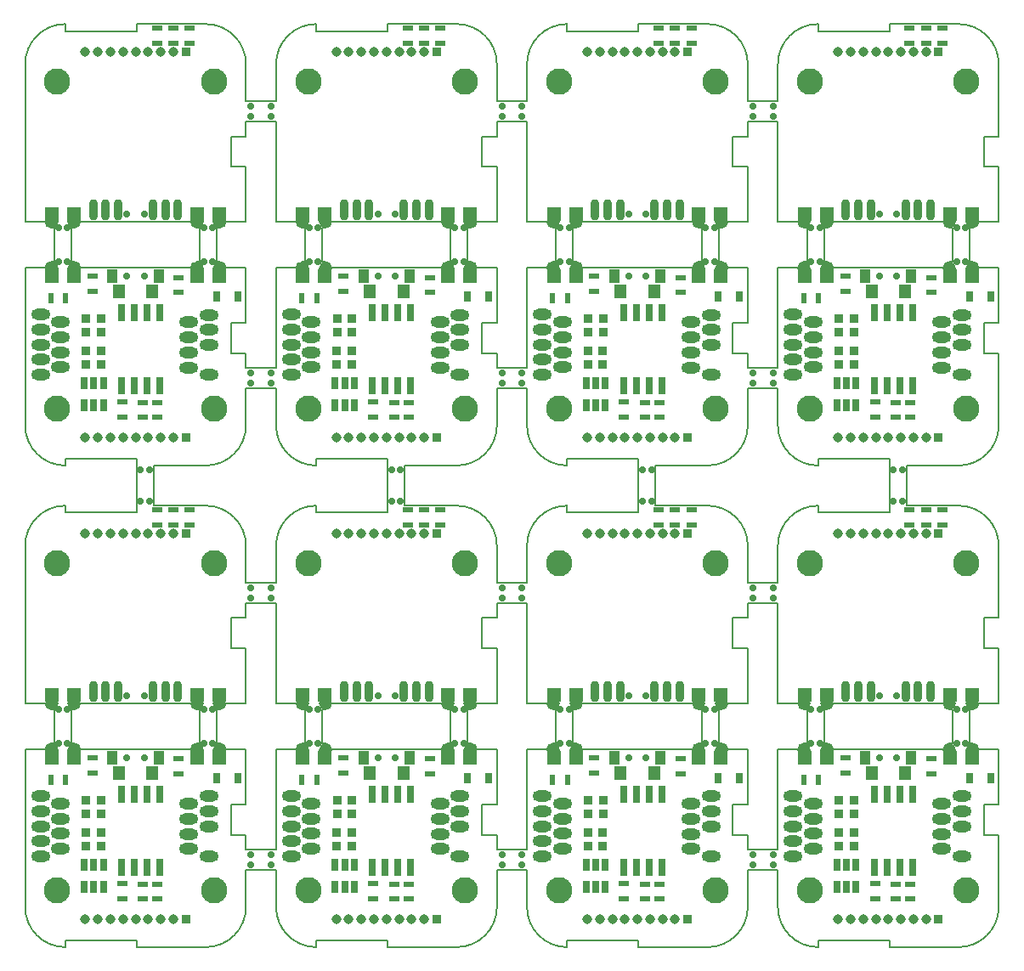
<source format=gbr>
%TF.GenerationSoftware,KiCad,Pcbnew,4.0.7*%
%TF.CreationDate,2018-06-19T18:29:04+03:00*%
%TF.ProjectId,TinyDiversityRX5808_panelized,54696E79446976657273697479525835,rev?*%
%TF.FileFunction,Soldermask,Top*%
%FSLAX46Y46*%
G04 Gerber Fmt 4.6, Leading zero omitted, Abs format (unit mm)*
G04 Created by KiCad (PCBNEW 4.0.7) date 06/19/18 18:29:04*
%MOMM*%
%LPD*%
G01*
G04 APERTURE LIST*
%ADD10C,0.100000*%
%ADD11C,0.150000*%
%ADD12C,0.720000*%
%ADD13R,0.770000X1.820000*%
%ADD14O,1.920000X1.120000*%
%ADD15R,0.770000X1.180000*%
%ADD16R,1.020000X0.620000*%
%ADD17R,0.620000X1.020000*%
%ADD18R,0.920000X0.870000*%
%ADD19R,0.970000X0.970000*%
%ADD20C,0.970000*%
%ADD21R,1.320000X1.320000*%
%ADD22C,2.620000*%
%ADD23C,1.320000*%
%ADD24R,1.270000X1.420000*%
%ADD25R,1.020000X1.320000*%
%ADD26R,0.720000X1.120000*%
%ADD27O,0.920000X2.120000*%
G04 APERTURE END LIST*
D10*
D11*
X214900000Y-63750000D02*
X214900000Y-67750000D01*
X216600000Y-67750000D02*
X221800000Y-67750000D01*
X216600000Y-63750000D02*
X216600000Y-67750000D01*
X221800000Y-63750000D02*
X216600000Y-63750000D01*
X191600000Y-63750000D02*
X191600000Y-67750000D01*
X196800000Y-63750000D02*
X191600000Y-63750000D01*
X189900000Y-63750000D02*
X189900000Y-67750000D01*
X191600000Y-67750000D02*
X196800000Y-67750000D01*
X166600000Y-67750000D02*
X171800000Y-67750000D01*
X171800000Y-63750000D02*
X166600000Y-63750000D01*
X164900000Y-63750000D02*
X164900000Y-67750000D01*
X166600000Y-63750000D02*
X166600000Y-67750000D01*
X141600000Y-67750000D02*
X146800000Y-67750000D01*
X141600000Y-63750000D02*
X146800000Y-63750000D01*
X141600000Y-63750000D02*
X141600000Y-67750000D01*
X139900000Y-63750000D02*
X139900000Y-67750000D01*
X134300000Y-63050000D02*
X137300000Y-63050000D01*
X150800000Y-52550000D02*
X149300000Y-52550000D01*
X149300000Y-52550000D02*
X149300000Y-49550000D01*
X149300000Y-49550000D02*
X150800000Y-49550000D01*
X150800000Y-49550000D02*
X150800000Y-44050000D01*
X139900000Y-63750000D02*
X139900000Y-63050000D01*
X139900000Y-63050000D02*
X137300000Y-63050000D01*
X146800000Y-63750000D02*
G75*
G03X150800000Y-59750000I0J4000000D01*
G01*
X128800000Y-59750000D02*
G75*
G03X132800000Y-63750000I4000000J0D01*
G01*
X128800000Y-59750000D02*
X128800000Y-44050000D01*
X132800000Y-63750000D02*
X132800000Y-63050000D01*
X132800000Y-63050000D02*
X134300000Y-63050000D01*
X131400000Y-43450000D02*
G75*
G03X130800000Y-44050000I0J-600000D01*
G01*
X134300000Y-44050000D02*
G75*
G03X133700000Y-43450000I-600000J0D01*
G01*
X145900000Y-43450000D02*
G75*
G03X145300000Y-44050000I0J-600000D01*
G01*
X148800000Y-44050000D02*
G75*
G03X148200000Y-43450000I-600000J0D01*
G01*
X130800000Y-44050000D02*
X128800000Y-44050000D01*
X148800000Y-44050000D02*
X150800000Y-44050000D01*
X173800000Y-44050000D02*
X175800000Y-44050000D01*
X155800000Y-44050000D02*
X153800000Y-44050000D01*
X173800000Y-44050000D02*
G75*
G03X173200000Y-43450000I-600000J0D01*
G01*
X170900000Y-43450000D02*
G75*
G03X170300000Y-44050000I0J-600000D01*
G01*
X159300000Y-44050000D02*
G75*
G03X158700000Y-43450000I-600000J0D01*
G01*
X156400000Y-43450000D02*
G75*
G03X155800000Y-44050000I0J-600000D01*
G01*
X157800000Y-63050000D02*
X159300000Y-63050000D01*
X157800000Y-63750000D02*
X157800000Y-63050000D01*
X153800000Y-59750000D02*
G75*
G03X157800000Y-63750000I4000000J0D01*
G01*
X171800000Y-63750000D02*
G75*
G03X175800000Y-59750000I0J4000000D01*
G01*
X164900000Y-63050000D02*
X162300000Y-63050000D01*
X164900000Y-63750000D02*
X164900000Y-63050000D01*
X175800000Y-49550000D02*
X175800000Y-44050000D01*
X174300000Y-49550000D02*
X175800000Y-49550000D01*
X174300000Y-52550000D02*
X174300000Y-49550000D01*
X175800000Y-52550000D02*
X174300000Y-52550000D01*
X159300000Y-63050000D02*
X162300000Y-63050000D01*
X184300000Y-63050000D02*
X187300000Y-63050000D01*
X200800000Y-52550000D02*
X199300000Y-52550000D01*
X199300000Y-52550000D02*
X199300000Y-49550000D01*
X199300000Y-49550000D02*
X200800000Y-49550000D01*
X200800000Y-49550000D02*
X200800000Y-44050000D01*
X189900000Y-63750000D02*
X189900000Y-63050000D01*
X189900000Y-63050000D02*
X187300000Y-63050000D01*
X196800000Y-63750000D02*
G75*
G03X200800000Y-59750000I0J4000000D01*
G01*
X178800000Y-59750000D02*
G75*
G03X182800000Y-63750000I4000000J0D01*
G01*
X182800000Y-63750000D02*
X182800000Y-63050000D01*
X182800000Y-63050000D02*
X184300000Y-63050000D01*
X181400000Y-43450000D02*
G75*
G03X180800000Y-44050000I0J-600000D01*
G01*
X184300000Y-44050000D02*
G75*
G03X183700000Y-43450000I-600000J0D01*
G01*
X195900000Y-43450000D02*
G75*
G03X195300000Y-44050000I0J-600000D01*
G01*
X198800000Y-44050000D02*
G75*
G03X198200000Y-43450000I-600000J0D01*
G01*
X180800000Y-44050000D02*
X178800000Y-44050000D01*
X184300000Y-44050000D02*
X195300000Y-44050000D01*
X198800000Y-44050000D02*
X200800000Y-44050000D01*
X223800000Y-44050000D02*
X225800000Y-44050000D01*
X209300000Y-44050000D02*
X220300000Y-44050000D01*
X205800000Y-44050000D02*
X203800000Y-44050000D01*
X223800000Y-44050000D02*
G75*
G03X223200000Y-43450000I-600000J0D01*
G01*
X220900000Y-43450000D02*
G75*
G03X220300000Y-44050000I0J-600000D01*
G01*
X209300000Y-44050000D02*
G75*
G03X208700000Y-43450000I-600000J0D01*
G01*
X206400000Y-43450000D02*
G75*
G03X205800000Y-44050000I0J-600000D01*
G01*
X207800000Y-63050000D02*
X209300000Y-63050000D01*
X207800000Y-63750000D02*
X207800000Y-63050000D01*
X203800000Y-59750000D02*
G75*
G03X207800000Y-63750000I4000000J0D01*
G01*
X225800000Y-59750000D02*
X225800000Y-52550000D01*
X221800000Y-63750000D02*
G75*
G03X225800000Y-59750000I0J4000000D01*
G01*
X214900000Y-63050000D02*
X212300000Y-63050000D01*
X214900000Y-63750000D02*
X214900000Y-63050000D01*
X225800000Y-49550000D02*
X225800000Y-44050000D01*
X224300000Y-49550000D02*
X225800000Y-49550000D01*
X224300000Y-52550000D02*
X224300000Y-49550000D01*
X225800000Y-52550000D02*
X224300000Y-52550000D01*
X209300000Y-63050000D02*
X212300000Y-63050000D01*
X150800000Y-54050000D02*
X153800000Y-54050000D01*
X150800000Y-56050000D02*
X153800000Y-56050000D01*
X150800000Y-52550000D02*
X150800000Y-54050000D01*
X150800000Y-56050000D02*
X150800000Y-59750000D01*
X153800000Y-54050000D02*
X153800000Y-44050000D01*
X153800000Y-59750000D02*
X153800000Y-56050000D01*
X175800000Y-54050000D02*
X178800000Y-54050000D01*
X175800000Y-56050000D02*
X178800000Y-56050000D01*
X175800000Y-52550000D02*
X175800000Y-54050000D01*
X175800000Y-56050000D02*
X175800000Y-59750000D01*
X178800000Y-59750000D02*
X178800000Y-56050000D01*
X178800000Y-54050000D02*
X178800000Y-44050000D01*
X200800000Y-54050000D02*
X203800000Y-54050000D01*
X200800000Y-56050000D02*
X203800000Y-56050000D01*
X203800000Y-44050000D02*
X203800000Y-54050000D01*
X200800000Y-52550000D02*
X200800000Y-54050000D01*
X200800000Y-56050000D02*
X200800000Y-59750000D01*
X203800000Y-56050000D02*
X203800000Y-59750000D01*
X203800000Y-27450000D02*
X203800000Y-23750000D01*
X200800000Y-27450000D02*
X200800000Y-23750000D01*
X200800000Y-30950000D02*
X200800000Y-29450000D01*
X203800000Y-39450000D02*
X203800000Y-29450000D01*
X200800000Y-27450000D02*
X203800000Y-27450000D01*
X200800000Y-29450000D02*
X203800000Y-29450000D01*
X178800000Y-29450000D02*
X178800000Y-39450000D01*
X178800000Y-23750000D02*
X178800000Y-27450000D01*
X175800000Y-27450000D02*
X175800000Y-23750000D01*
X175800000Y-30950000D02*
X175800000Y-29450000D01*
X175800000Y-27450000D02*
X178800000Y-27450000D01*
X175800000Y-29450000D02*
X178800000Y-29450000D01*
X153800000Y-23750000D02*
X153800000Y-27450000D01*
X153800000Y-29450000D02*
X153800000Y-39450000D01*
X150800000Y-27450000D02*
X150800000Y-23750000D01*
X150800000Y-30950000D02*
X150800000Y-29450000D01*
X150800000Y-27450000D02*
X153800000Y-27450000D01*
X150800000Y-29450000D02*
X153800000Y-29450000D01*
X209300000Y-20450000D02*
X212300000Y-20450000D01*
X225800000Y-30950000D02*
X224300000Y-30950000D01*
X224300000Y-30950000D02*
X224300000Y-33950000D01*
X224300000Y-33950000D02*
X225800000Y-33950000D01*
X225800000Y-33950000D02*
X225800000Y-39450000D01*
X214900000Y-19750000D02*
X214900000Y-20450000D01*
X214900000Y-20450000D02*
X212300000Y-20450000D01*
X221800000Y-19750000D02*
G75*
G02X225800000Y-23750000I0J-4000000D01*
G01*
X225800000Y-23750000D02*
X225800000Y-30950000D01*
X221800000Y-19750000D02*
X214900000Y-19750000D01*
X203800000Y-23750000D02*
G75*
G02X207800000Y-19750000I4000000J0D01*
G01*
X207800000Y-19750000D02*
X207800000Y-20450000D01*
X207800000Y-20450000D02*
X209300000Y-20450000D01*
X206400000Y-40050000D02*
G75*
G02X205800000Y-39450000I0J600000D01*
G01*
X209300000Y-39450000D02*
G75*
G02X208700000Y-40050000I-600000J0D01*
G01*
X220900000Y-40050000D02*
G75*
G02X220300000Y-39450000I0J600000D01*
G01*
X223800000Y-39450000D02*
G75*
G02X223200000Y-40050000I-600000J0D01*
G01*
X205800000Y-39450000D02*
X203800000Y-39450000D01*
X209300000Y-39450000D02*
X220300000Y-39450000D01*
X223800000Y-39450000D02*
X225800000Y-39450000D01*
X198800000Y-39450000D02*
X200800000Y-39450000D01*
X184300000Y-39450000D02*
X195300000Y-39450000D01*
X180800000Y-39450000D02*
X178800000Y-39450000D01*
X198800000Y-39450000D02*
G75*
G02X198200000Y-40050000I-600000J0D01*
G01*
X195900000Y-40050000D02*
G75*
G02X195300000Y-39450000I0J600000D01*
G01*
X184300000Y-39450000D02*
G75*
G02X183700000Y-40050000I-600000J0D01*
G01*
X181400000Y-40050000D02*
G75*
G02X180800000Y-39450000I0J600000D01*
G01*
X182800000Y-20450000D02*
X184300000Y-20450000D01*
X182800000Y-19750000D02*
X182800000Y-20450000D01*
X178800000Y-23750000D02*
G75*
G02X182800000Y-19750000I4000000J0D01*
G01*
X196800000Y-19750000D02*
X189900000Y-19750000D01*
X196800000Y-19750000D02*
G75*
G02X200800000Y-23750000I0J-4000000D01*
G01*
X189900000Y-20450000D02*
X187300000Y-20450000D01*
X189900000Y-19750000D02*
X189900000Y-20450000D01*
X200800000Y-33950000D02*
X200800000Y-39450000D01*
X199300000Y-33950000D02*
X200800000Y-33950000D01*
X199300000Y-30950000D02*
X199300000Y-33950000D01*
X200800000Y-30950000D02*
X199300000Y-30950000D01*
X184300000Y-20450000D02*
X187300000Y-20450000D01*
X159300000Y-20450000D02*
X162300000Y-20450000D01*
X175800000Y-30950000D02*
X174300000Y-30950000D01*
X174300000Y-30950000D02*
X174300000Y-33950000D01*
X174300000Y-33950000D02*
X175800000Y-33950000D01*
X175800000Y-33950000D02*
X175800000Y-39450000D01*
X164900000Y-19750000D02*
X164900000Y-20450000D01*
X164900000Y-20450000D02*
X162300000Y-20450000D01*
X171800000Y-19750000D02*
G75*
G02X175800000Y-23750000I0J-4000000D01*
G01*
X153800000Y-23750000D02*
G75*
G02X157800000Y-19750000I4000000J0D01*
G01*
X157800000Y-19750000D02*
X157800000Y-20450000D01*
X157800000Y-20450000D02*
X159300000Y-20450000D01*
X156400000Y-40050000D02*
G75*
G02X155800000Y-39450000I0J600000D01*
G01*
X159300000Y-39450000D02*
G75*
G02X158700000Y-40050000I-600000J0D01*
G01*
X170900000Y-40050000D02*
G75*
G02X170300000Y-39450000I0J600000D01*
G01*
X173800000Y-39450000D02*
G75*
G02X173200000Y-40050000I-600000J0D01*
G01*
X155800000Y-39450000D02*
X153800000Y-39450000D01*
X159300000Y-39450000D02*
X170300000Y-39450000D01*
X173800000Y-39450000D02*
X175800000Y-39450000D01*
X148800000Y-39450000D02*
X150800000Y-39450000D01*
X134300000Y-39450000D02*
X145300000Y-39450000D01*
X130800000Y-39450000D02*
X128800000Y-39450000D01*
X148800000Y-39450000D02*
G75*
G02X148200000Y-40050000I-600000J0D01*
G01*
X145900000Y-40050000D02*
G75*
G02X145300000Y-39450000I0J600000D01*
G01*
X134300000Y-39450000D02*
G75*
G02X133700000Y-40050000I-600000J0D01*
G01*
X131400000Y-40050000D02*
G75*
G02X130800000Y-39450000I0J600000D01*
G01*
X132800000Y-20450000D02*
X134300000Y-20450000D01*
X132800000Y-19750000D02*
X132800000Y-20450000D01*
X128800000Y-23750000D02*
X128800000Y-39450000D01*
X128800000Y-23750000D02*
G75*
G02X132800000Y-19750000I4000000J0D01*
G01*
X146800000Y-19750000D02*
G75*
G02X150800000Y-23750000I0J-4000000D01*
G01*
X139900000Y-20450000D02*
X137300000Y-20450000D01*
X139900000Y-19750000D02*
X139900000Y-20450000D01*
X150800000Y-33950000D02*
X150800000Y-39450000D01*
X149300000Y-33950000D02*
X150800000Y-33950000D01*
X149300000Y-30950000D02*
X149300000Y-33950000D01*
X150800000Y-30950000D02*
X149300000Y-30950000D01*
X134300000Y-20450000D02*
X137300000Y-20450000D01*
X159300000Y-44050000D02*
X170300000Y-44050000D01*
X171800000Y-19750000D02*
X164900000Y-19750000D01*
X134300000Y-44050000D02*
X145300000Y-44050000D01*
X146800000Y-19750000D02*
X139900000Y-19750000D01*
X156400000Y-43450000D02*
X156700000Y-43450000D01*
X156700000Y-43450000D02*
X156700000Y-40050000D01*
X156700000Y-40050000D02*
X156400000Y-40050000D01*
X158700000Y-43450000D02*
X158400000Y-43450000D01*
X158400000Y-43450000D02*
X158400000Y-40050000D01*
X158400000Y-40050000D02*
X158700000Y-40050000D01*
X171200000Y-43450000D02*
X171200000Y-40050000D01*
X172900000Y-40050000D02*
X172900000Y-43450000D01*
X173200000Y-43450000D02*
X172900000Y-43450000D01*
X171200000Y-43450000D02*
X170900000Y-43450000D01*
X170900000Y-40050000D02*
X171200000Y-40050000D01*
X172900000Y-40050000D02*
X173200000Y-40050000D01*
X147900000Y-40050000D02*
X148200000Y-40050000D01*
X145900000Y-40050000D02*
X146200000Y-40050000D01*
X146200000Y-43450000D02*
X145900000Y-43450000D01*
X148200000Y-43450000D02*
X147900000Y-43450000D01*
X147900000Y-40050000D02*
X147900000Y-43450000D01*
X146200000Y-43450000D02*
X146200000Y-40050000D01*
X133400000Y-40050000D02*
X133700000Y-40050000D01*
X133400000Y-43450000D02*
X133400000Y-40050000D01*
X133700000Y-43450000D02*
X133400000Y-43450000D01*
X131700000Y-40050000D02*
X131400000Y-40050000D01*
X131700000Y-43450000D02*
X131700000Y-40050000D01*
X131400000Y-43450000D02*
X131700000Y-43450000D01*
X197900000Y-40050000D02*
X198200000Y-40050000D01*
X195900000Y-40050000D02*
X196200000Y-40050000D01*
X196200000Y-43450000D02*
X195900000Y-43450000D01*
X198200000Y-43450000D02*
X197900000Y-43450000D01*
X197900000Y-40050000D02*
X197900000Y-43450000D01*
X196200000Y-43450000D02*
X196200000Y-40050000D01*
X183400000Y-40050000D02*
X183700000Y-40050000D01*
X183400000Y-43450000D02*
X183400000Y-40050000D01*
X183700000Y-43450000D02*
X183400000Y-43450000D01*
X181700000Y-40050000D02*
X181400000Y-40050000D01*
X181700000Y-43450000D02*
X181700000Y-40050000D01*
X181400000Y-43450000D02*
X181700000Y-43450000D01*
X206400000Y-43450000D02*
X206700000Y-43450000D01*
X206700000Y-43450000D02*
X206700000Y-40050000D01*
X206700000Y-40050000D02*
X206400000Y-40050000D01*
X208700000Y-43450000D02*
X208400000Y-43450000D01*
X208400000Y-43450000D02*
X208400000Y-40050000D01*
X208400000Y-40050000D02*
X208700000Y-40050000D01*
X221200000Y-43450000D02*
X221200000Y-40050000D01*
X222900000Y-40050000D02*
X222900000Y-43450000D01*
X223200000Y-43450000D02*
X222900000Y-43450000D01*
X221200000Y-43450000D02*
X220900000Y-43450000D01*
X220900000Y-40050000D02*
X221200000Y-40050000D01*
X222900000Y-40050000D02*
X223200000Y-40050000D01*
X222900000Y-88050000D02*
X223200000Y-88050000D01*
X220900000Y-88050000D02*
X221200000Y-88050000D01*
X221200000Y-91450000D02*
X220900000Y-91450000D01*
X223200000Y-91450000D02*
X222900000Y-91450000D01*
X222900000Y-88050000D02*
X222900000Y-91450000D01*
X221200000Y-91450000D02*
X221200000Y-88050000D01*
X208400000Y-88050000D02*
X208700000Y-88050000D01*
X208400000Y-91450000D02*
X208400000Y-88050000D01*
X208700000Y-91450000D02*
X208400000Y-91450000D01*
X206700000Y-88050000D02*
X206400000Y-88050000D01*
X206700000Y-91450000D02*
X206700000Y-88050000D01*
X206400000Y-91450000D02*
X206700000Y-91450000D01*
X181400000Y-91450000D02*
X181700000Y-91450000D01*
X181700000Y-91450000D02*
X181700000Y-88050000D01*
X181700000Y-88050000D02*
X181400000Y-88050000D01*
X183700000Y-91450000D02*
X183400000Y-91450000D01*
X183400000Y-91450000D02*
X183400000Y-88050000D01*
X183400000Y-88050000D02*
X183700000Y-88050000D01*
X196200000Y-91450000D02*
X196200000Y-88050000D01*
X197900000Y-88050000D02*
X197900000Y-91450000D01*
X198200000Y-91450000D02*
X197900000Y-91450000D01*
X196200000Y-91450000D02*
X195900000Y-91450000D01*
X195900000Y-88050000D02*
X196200000Y-88050000D01*
X197900000Y-88050000D02*
X198200000Y-88050000D01*
X131400000Y-91450000D02*
X131700000Y-91450000D01*
X131700000Y-91450000D02*
X131700000Y-88050000D01*
X131700000Y-88050000D02*
X131400000Y-88050000D01*
X133700000Y-91450000D02*
X133400000Y-91450000D01*
X133400000Y-91450000D02*
X133400000Y-88050000D01*
X133400000Y-88050000D02*
X133700000Y-88050000D01*
X146200000Y-91450000D02*
X146200000Y-88050000D01*
X147900000Y-88050000D02*
X147900000Y-91450000D01*
X148200000Y-91450000D02*
X147900000Y-91450000D01*
X146200000Y-91450000D02*
X145900000Y-91450000D01*
X145900000Y-88050000D02*
X146200000Y-88050000D01*
X147900000Y-88050000D02*
X148200000Y-88050000D01*
X172900000Y-88050000D02*
X173200000Y-88050000D01*
X170900000Y-88050000D02*
X171200000Y-88050000D01*
X171200000Y-91450000D02*
X170900000Y-91450000D01*
X173200000Y-91450000D02*
X172900000Y-91450000D01*
X172900000Y-88050000D02*
X172900000Y-91450000D01*
X171200000Y-91450000D02*
X171200000Y-88050000D01*
X158400000Y-88050000D02*
X158700000Y-88050000D01*
X158400000Y-91450000D02*
X158400000Y-88050000D01*
X158700000Y-91450000D02*
X158400000Y-91450000D01*
X156700000Y-88050000D02*
X156400000Y-88050000D01*
X156700000Y-91450000D02*
X156700000Y-88050000D01*
X156400000Y-91450000D02*
X156700000Y-91450000D01*
X134300000Y-92050000D02*
X145300000Y-92050000D01*
X159300000Y-92050000D02*
X170300000Y-92050000D01*
X134300000Y-68450000D02*
X137300000Y-68450000D01*
X150800000Y-78950000D02*
X149300000Y-78950000D01*
X149300000Y-78950000D02*
X149300000Y-81950000D01*
X149300000Y-81950000D02*
X150800000Y-81950000D01*
X150800000Y-81950000D02*
X150800000Y-87450000D01*
X139900000Y-67750000D02*
X139900000Y-68450000D01*
X139900000Y-68450000D02*
X137300000Y-68450000D01*
X146800000Y-67750000D02*
G75*
G02X150800000Y-71750000I0J-4000000D01*
G01*
X128800000Y-71750000D02*
G75*
G02X132800000Y-67750000I4000000J0D01*
G01*
X128800000Y-71750000D02*
X128800000Y-87450000D01*
X132800000Y-67750000D02*
X132800000Y-68450000D01*
X132800000Y-68450000D02*
X134300000Y-68450000D01*
X131400000Y-88050000D02*
G75*
G02X130800000Y-87450000I0J600000D01*
G01*
X134300000Y-87450000D02*
G75*
G02X133700000Y-88050000I-600000J0D01*
G01*
X145900000Y-88050000D02*
G75*
G02X145300000Y-87450000I0J600000D01*
G01*
X148800000Y-87450000D02*
G75*
G02X148200000Y-88050000I-600000J0D01*
G01*
X130800000Y-87450000D02*
X128800000Y-87450000D01*
X134300000Y-87450000D02*
X145300000Y-87450000D01*
X148800000Y-87450000D02*
X150800000Y-87450000D01*
X173800000Y-87450000D02*
X175800000Y-87450000D01*
X159300000Y-87450000D02*
X170300000Y-87450000D01*
X155800000Y-87450000D02*
X153800000Y-87450000D01*
X173800000Y-87450000D02*
G75*
G02X173200000Y-88050000I-600000J0D01*
G01*
X170900000Y-88050000D02*
G75*
G02X170300000Y-87450000I0J600000D01*
G01*
X159300000Y-87450000D02*
G75*
G02X158700000Y-88050000I-600000J0D01*
G01*
X156400000Y-88050000D02*
G75*
G02X155800000Y-87450000I0J600000D01*
G01*
X157800000Y-68450000D02*
X159300000Y-68450000D01*
X157800000Y-67750000D02*
X157800000Y-68450000D01*
X153800000Y-71750000D02*
G75*
G02X157800000Y-67750000I4000000J0D01*
G01*
X171800000Y-67750000D02*
G75*
G02X175800000Y-71750000I0J-4000000D01*
G01*
X164900000Y-68450000D02*
X162300000Y-68450000D01*
X164900000Y-67750000D02*
X164900000Y-68450000D01*
X175800000Y-81950000D02*
X175800000Y-87450000D01*
X174300000Y-81950000D02*
X175800000Y-81950000D01*
X174300000Y-78950000D02*
X174300000Y-81950000D01*
X175800000Y-78950000D02*
X174300000Y-78950000D01*
X159300000Y-68450000D02*
X162300000Y-68450000D01*
X184300000Y-68450000D02*
X187300000Y-68450000D01*
X200800000Y-78950000D02*
X199300000Y-78950000D01*
X199300000Y-78950000D02*
X199300000Y-81950000D01*
X199300000Y-81950000D02*
X200800000Y-81950000D01*
X200800000Y-81950000D02*
X200800000Y-87450000D01*
X189900000Y-67750000D02*
X189900000Y-68450000D01*
X189900000Y-68450000D02*
X187300000Y-68450000D01*
X196800000Y-67750000D02*
G75*
G02X200800000Y-71750000I0J-4000000D01*
G01*
X178800000Y-71750000D02*
G75*
G02X182800000Y-67750000I4000000J0D01*
G01*
X182800000Y-67750000D02*
X182800000Y-68450000D01*
X182800000Y-68450000D02*
X184300000Y-68450000D01*
X181400000Y-88050000D02*
G75*
G02X180800000Y-87450000I0J600000D01*
G01*
X184300000Y-87450000D02*
G75*
G02X183700000Y-88050000I-600000J0D01*
G01*
X195900000Y-88050000D02*
G75*
G02X195300000Y-87450000I0J600000D01*
G01*
X198800000Y-87450000D02*
G75*
G02X198200000Y-88050000I-600000J0D01*
G01*
X180800000Y-87450000D02*
X178800000Y-87450000D01*
X184300000Y-87450000D02*
X195300000Y-87450000D01*
X198800000Y-87450000D02*
X200800000Y-87450000D01*
X223800000Y-87450000D02*
X225800000Y-87450000D01*
X209300000Y-87450000D02*
X220300000Y-87450000D01*
X205800000Y-87450000D02*
X203800000Y-87450000D01*
X223800000Y-87450000D02*
G75*
G02X223200000Y-88050000I-600000J0D01*
G01*
X220900000Y-88050000D02*
G75*
G02X220300000Y-87450000I0J600000D01*
G01*
X209300000Y-87450000D02*
G75*
G02X208700000Y-88050000I-600000J0D01*
G01*
X206400000Y-88050000D02*
G75*
G02X205800000Y-87450000I0J600000D01*
G01*
X207800000Y-68450000D02*
X209300000Y-68450000D01*
X207800000Y-67750000D02*
X207800000Y-68450000D01*
X203800000Y-71750000D02*
G75*
G02X207800000Y-67750000I4000000J0D01*
G01*
X225800000Y-71750000D02*
X225800000Y-78950000D01*
X221800000Y-67750000D02*
G75*
G02X225800000Y-71750000I0J-4000000D01*
G01*
X214900000Y-68450000D02*
X212300000Y-68450000D01*
X214900000Y-67750000D02*
X214900000Y-68450000D01*
X225800000Y-81950000D02*
X225800000Y-87450000D01*
X224300000Y-81950000D02*
X225800000Y-81950000D01*
X224300000Y-78950000D02*
X224300000Y-81950000D01*
X225800000Y-78950000D02*
X224300000Y-78950000D01*
X209300000Y-68450000D02*
X212300000Y-68450000D01*
X150800000Y-77450000D02*
X153800000Y-77450000D01*
X150800000Y-75450000D02*
X153800000Y-75450000D01*
X150800000Y-78950000D02*
X150800000Y-77450000D01*
X150800000Y-75450000D02*
X150800000Y-71750000D01*
X153800000Y-77450000D02*
X153800000Y-87450000D01*
X153800000Y-71750000D02*
X153800000Y-75450000D01*
X175800000Y-77450000D02*
X178800000Y-77450000D01*
X175800000Y-75450000D02*
X178800000Y-75450000D01*
X175800000Y-78950000D02*
X175800000Y-77450000D01*
X175800000Y-75450000D02*
X175800000Y-71750000D01*
X178800000Y-71750000D02*
X178800000Y-75450000D01*
X178800000Y-77450000D02*
X178800000Y-87450000D01*
X200800000Y-77450000D02*
X203800000Y-77450000D01*
X200800000Y-75450000D02*
X203800000Y-75450000D01*
X203800000Y-87450000D02*
X203800000Y-77450000D01*
X200800000Y-78950000D02*
X200800000Y-77450000D01*
X200800000Y-75450000D02*
X200800000Y-71750000D01*
X203800000Y-75450000D02*
X203800000Y-71750000D01*
X203800000Y-104050000D02*
X203800000Y-107750000D01*
X200800000Y-104050000D02*
X200800000Y-107750000D01*
X200800000Y-100550000D02*
X200800000Y-102050000D01*
X203800000Y-92050000D02*
X203800000Y-102050000D01*
X200800000Y-104050000D02*
X203800000Y-104050000D01*
X200800000Y-102050000D02*
X203800000Y-102050000D01*
X178800000Y-102050000D02*
X178800000Y-92050000D01*
X178800000Y-107750000D02*
X178800000Y-104050000D01*
X175800000Y-104050000D02*
X175800000Y-107750000D01*
X175800000Y-100550000D02*
X175800000Y-102050000D01*
X175800000Y-104050000D02*
X178800000Y-104050000D01*
X175800000Y-102050000D02*
X178800000Y-102050000D01*
X153800000Y-107750000D02*
X153800000Y-104050000D01*
X153800000Y-102050000D02*
X153800000Y-92050000D01*
X150800000Y-104050000D02*
X150800000Y-107750000D01*
X150800000Y-100550000D02*
X150800000Y-102050000D01*
X150800000Y-104050000D02*
X153800000Y-104050000D01*
X150800000Y-102050000D02*
X153800000Y-102050000D01*
X209300000Y-111050000D02*
X212300000Y-111050000D01*
X225800000Y-100550000D02*
X224300000Y-100550000D01*
X224300000Y-100550000D02*
X224300000Y-97550000D01*
X224300000Y-97550000D02*
X225800000Y-97550000D01*
X225800000Y-97550000D02*
X225800000Y-92050000D01*
X214900000Y-111750000D02*
X214900000Y-111050000D01*
X214900000Y-111050000D02*
X212300000Y-111050000D01*
X221800000Y-111750000D02*
G75*
G03X225800000Y-107750000I0J4000000D01*
G01*
X225800000Y-107750000D02*
X225800000Y-100550000D01*
X221800000Y-111750000D02*
X214900000Y-111750000D01*
X203800000Y-107750000D02*
G75*
G03X207800000Y-111750000I4000000J0D01*
G01*
X207800000Y-111750000D02*
X207800000Y-111050000D01*
X207800000Y-111050000D02*
X209300000Y-111050000D01*
X206400000Y-91450000D02*
G75*
G03X205800000Y-92050000I0J-600000D01*
G01*
X209300000Y-92050000D02*
G75*
G03X208700000Y-91450000I-600000J0D01*
G01*
X220900000Y-91450000D02*
G75*
G03X220300000Y-92050000I0J-600000D01*
G01*
X223800000Y-92050000D02*
G75*
G03X223200000Y-91450000I-600000J0D01*
G01*
X205800000Y-92050000D02*
X203800000Y-92050000D01*
X209300000Y-92050000D02*
X220300000Y-92050000D01*
X223800000Y-92050000D02*
X225800000Y-92050000D01*
X198800000Y-92050000D02*
X200800000Y-92050000D01*
X184300000Y-92050000D02*
X195300000Y-92050000D01*
X180800000Y-92050000D02*
X178800000Y-92050000D01*
X198800000Y-92050000D02*
G75*
G03X198200000Y-91450000I-600000J0D01*
G01*
X195900000Y-91450000D02*
G75*
G03X195300000Y-92050000I0J-600000D01*
G01*
X184300000Y-92050000D02*
G75*
G03X183700000Y-91450000I-600000J0D01*
G01*
X181400000Y-91450000D02*
G75*
G03X180800000Y-92050000I0J-600000D01*
G01*
X182800000Y-111050000D02*
X184300000Y-111050000D01*
X182800000Y-111750000D02*
X182800000Y-111050000D01*
X178800000Y-107750000D02*
G75*
G03X182800000Y-111750000I4000000J0D01*
G01*
X196800000Y-111750000D02*
X189900000Y-111750000D01*
X196800000Y-111750000D02*
G75*
G03X200800000Y-107750000I0J4000000D01*
G01*
X189900000Y-111050000D02*
X187300000Y-111050000D01*
X189900000Y-111750000D02*
X189900000Y-111050000D01*
X200800000Y-97550000D02*
X200800000Y-92050000D01*
X199300000Y-97550000D02*
X200800000Y-97550000D01*
X199300000Y-100550000D02*
X199300000Y-97550000D01*
X200800000Y-100550000D02*
X199300000Y-100550000D01*
X184300000Y-111050000D02*
X187300000Y-111050000D01*
X159300000Y-111050000D02*
X162300000Y-111050000D01*
X175800000Y-100550000D02*
X174300000Y-100550000D01*
X174300000Y-100550000D02*
X174300000Y-97550000D01*
X174300000Y-97550000D02*
X175800000Y-97550000D01*
X175800000Y-97550000D02*
X175800000Y-92050000D01*
X164900000Y-111750000D02*
X164900000Y-111050000D01*
X164900000Y-111050000D02*
X162300000Y-111050000D01*
X171800000Y-111750000D02*
G75*
G03X175800000Y-107750000I0J4000000D01*
G01*
X171800000Y-111750000D02*
X164900000Y-111750000D01*
X153800000Y-107750000D02*
G75*
G03X157800000Y-111750000I4000000J0D01*
G01*
X157800000Y-111750000D02*
X157800000Y-111050000D01*
X157800000Y-111050000D02*
X159300000Y-111050000D01*
X156400000Y-91450000D02*
G75*
G03X155800000Y-92050000I0J-600000D01*
G01*
X159300000Y-92050000D02*
G75*
G03X158700000Y-91450000I-600000J0D01*
G01*
X170900000Y-91450000D02*
G75*
G03X170300000Y-92050000I0J-600000D01*
G01*
X173800000Y-92050000D02*
G75*
G03X173200000Y-91450000I-600000J0D01*
G01*
X155800000Y-92050000D02*
X153800000Y-92050000D01*
X173800000Y-92050000D02*
X175800000Y-92050000D01*
X148800000Y-92050000D02*
X150800000Y-92050000D01*
X130800000Y-92050000D02*
X128800000Y-92050000D01*
X148800000Y-92050000D02*
G75*
G03X148200000Y-91450000I-600000J0D01*
G01*
X145900000Y-91450000D02*
G75*
G03X145300000Y-92050000I0J-600000D01*
G01*
X134300000Y-92050000D02*
G75*
G03X133700000Y-91450000I-600000J0D01*
G01*
X131400000Y-91450000D02*
G75*
G03X130800000Y-92050000I0J-600000D01*
G01*
X132800000Y-111050000D02*
X134300000Y-111050000D01*
X132800000Y-111750000D02*
X132800000Y-111050000D01*
X128800000Y-107750000D02*
X128800000Y-92050000D01*
X128800000Y-107750000D02*
G75*
G03X132800000Y-111750000I4000000J0D01*
G01*
X146800000Y-111750000D02*
X139900000Y-111750000D01*
X146800000Y-111750000D02*
G75*
G03X150800000Y-107750000I0J4000000D01*
G01*
X139900000Y-111050000D02*
X137300000Y-111050000D01*
X139900000Y-111750000D02*
X139900000Y-111050000D01*
X150800000Y-97550000D02*
X150800000Y-92050000D01*
X149300000Y-97550000D02*
X150800000Y-97550000D01*
X149300000Y-100550000D02*
X149300000Y-97550000D01*
X150800000Y-100550000D02*
X149300000Y-100550000D01*
X134300000Y-111050000D02*
X137300000Y-111050000D01*
D12*
X190300000Y-64150000D03*
X191200000Y-64150000D03*
X191200000Y-67350000D03*
X190300000Y-67350000D03*
X215300000Y-67350000D03*
X216200000Y-67350000D03*
X216200000Y-64150000D03*
X215300000Y-64150000D03*
X165300000Y-64150000D03*
X166200000Y-64150000D03*
X166200000Y-67350000D03*
X165300000Y-67350000D03*
X140300000Y-67350000D03*
X141200000Y-67350000D03*
X141200000Y-64150000D03*
X140300000Y-64150000D03*
D13*
X138405000Y-55830000D03*
X139675000Y-55830000D03*
X140945000Y-55830000D03*
X142215000Y-55830000D03*
X142215000Y-48530000D03*
X140945000Y-48530000D03*
X139675000Y-48530000D03*
X138405000Y-48530000D03*
D14*
X132325000Y-49450000D03*
X132325000Y-50950000D03*
X132325000Y-53950000D03*
X132325000Y-52450000D03*
X130325000Y-48700000D03*
X130325000Y-54700000D03*
X130325000Y-53200000D03*
X130325000Y-50200000D03*
X130325000Y-51700000D03*
X145125000Y-53975000D03*
X145125000Y-52475000D03*
X145125000Y-49475000D03*
X145125000Y-50975000D03*
X147125000Y-54725000D03*
X147125000Y-48725000D03*
X147125000Y-50225000D03*
X147125000Y-51725000D03*
D15*
X136590000Y-55510000D03*
X135640000Y-55510000D03*
X134690000Y-55510000D03*
X134690000Y-57710000D03*
X136590000Y-57710000D03*
X135640000Y-57710000D03*
D16*
X138460000Y-58920000D03*
X138460000Y-57420000D03*
D17*
X132850000Y-47050000D03*
X131350000Y-47050000D03*
D16*
X144100000Y-46500000D03*
X144100000Y-45000000D03*
X135500000Y-46400000D03*
X135500000Y-44900000D03*
X140540000Y-58960000D03*
X140540000Y-57460000D03*
D18*
X136370000Y-50450000D03*
X134870000Y-50450000D03*
X136370000Y-49070000D03*
X134870000Y-49070000D03*
X134860000Y-52290000D03*
X136360000Y-52290000D03*
X134860000Y-53670000D03*
X136360000Y-53670000D03*
D19*
X144800000Y-61000000D03*
D20*
X143550000Y-61000000D03*
X142300000Y-61000000D03*
X141050000Y-61000000D03*
X139800000Y-61000000D03*
X138550000Y-61000000D03*
X137300000Y-61000000D03*
X136050000Y-61000000D03*
X134800000Y-61000000D03*
D21*
X131460000Y-44850000D03*
X133660000Y-44850000D03*
X148130000Y-44850000D03*
X145930000Y-44850000D03*
D22*
X132000000Y-58050000D03*
X147600000Y-58050000D03*
D23*
X131425000Y-44075000D03*
X133700000Y-44075000D03*
X145900000Y-44075000D03*
X148150000Y-44075000D03*
D12*
X138950000Y-44840000D03*
D24*
X141475000Y-46390000D03*
X138125000Y-46390000D03*
D25*
X137500000Y-44840000D03*
X142100000Y-44840000D03*
D12*
X140650000Y-44840000D03*
D16*
X141990000Y-58960000D03*
X141990000Y-57460000D03*
D26*
X147880000Y-46930000D03*
X149980000Y-46930000D03*
X172880000Y-46930000D03*
X174980000Y-46930000D03*
D16*
X166990000Y-58960000D03*
X166990000Y-57460000D03*
D12*
X163950000Y-44840000D03*
D24*
X166475000Y-46390000D03*
X163125000Y-46390000D03*
D25*
X162500000Y-44840000D03*
X167100000Y-44840000D03*
D12*
X165650000Y-44840000D03*
D23*
X173150000Y-44075000D03*
X170900000Y-44075000D03*
X158700000Y-44075000D03*
X156425000Y-44075000D03*
D22*
X172600000Y-58050000D03*
X157000000Y-58050000D03*
D21*
X173130000Y-44850000D03*
X170930000Y-44850000D03*
X156460000Y-44850000D03*
X158660000Y-44850000D03*
D19*
X169800000Y-61000000D03*
D20*
X168550000Y-61000000D03*
X167300000Y-61000000D03*
X166050000Y-61000000D03*
X164800000Y-61000000D03*
X163550000Y-61000000D03*
X162300000Y-61000000D03*
X161050000Y-61000000D03*
X159800000Y-61000000D03*
D18*
X159860000Y-53670000D03*
X161360000Y-53670000D03*
X159860000Y-52290000D03*
X161360000Y-52290000D03*
X161370000Y-49070000D03*
X159870000Y-49070000D03*
X161370000Y-50450000D03*
X159870000Y-50450000D03*
D16*
X165540000Y-58960000D03*
X165540000Y-57460000D03*
X160500000Y-46400000D03*
X160500000Y-44900000D03*
X169100000Y-46500000D03*
X169100000Y-45000000D03*
D17*
X157850000Y-47050000D03*
X156350000Y-47050000D03*
D16*
X163460000Y-58920000D03*
X163460000Y-57420000D03*
D15*
X161590000Y-55510000D03*
X160640000Y-55510000D03*
X159690000Y-55510000D03*
X159690000Y-57710000D03*
X161590000Y-57710000D03*
X160640000Y-57710000D03*
D14*
X170125000Y-53975000D03*
X170125000Y-52475000D03*
X170125000Y-49475000D03*
X170125000Y-50975000D03*
X172125000Y-54725000D03*
X172125000Y-48725000D03*
X172125000Y-50225000D03*
X172125000Y-51725000D03*
X157325000Y-49450000D03*
X157325000Y-50950000D03*
X157325000Y-53950000D03*
X157325000Y-52450000D03*
X155325000Y-48700000D03*
X155325000Y-54700000D03*
X155325000Y-53200000D03*
X155325000Y-50200000D03*
X155325000Y-51700000D03*
D13*
X163405000Y-55830000D03*
X164675000Y-55830000D03*
X165945000Y-55830000D03*
X167215000Y-55830000D03*
X167215000Y-48530000D03*
X165945000Y-48530000D03*
X164675000Y-48530000D03*
X163405000Y-48530000D03*
X188405000Y-55830000D03*
X189675000Y-55830000D03*
X190945000Y-55830000D03*
X192215000Y-55830000D03*
X192215000Y-48530000D03*
X190945000Y-48530000D03*
X189675000Y-48530000D03*
X188405000Y-48530000D03*
D14*
X182325000Y-49450000D03*
X182325000Y-50950000D03*
X182325000Y-53950000D03*
X182325000Y-52450000D03*
X180325000Y-48700000D03*
X180325000Y-54700000D03*
X180325000Y-53200000D03*
X180325000Y-50200000D03*
X180325000Y-51700000D03*
X195125000Y-53975000D03*
X195125000Y-52475000D03*
X195125000Y-49475000D03*
X195125000Y-50975000D03*
X197125000Y-54725000D03*
X197125000Y-48725000D03*
X197125000Y-50225000D03*
X197125000Y-51725000D03*
D15*
X186590000Y-55510000D03*
X185640000Y-55510000D03*
X184690000Y-55510000D03*
X184690000Y-57710000D03*
X186590000Y-57710000D03*
X185640000Y-57710000D03*
D16*
X188460000Y-58920000D03*
X188460000Y-57420000D03*
D17*
X182850000Y-47050000D03*
X181350000Y-47050000D03*
D16*
X194100000Y-46500000D03*
X194100000Y-45000000D03*
X185500000Y-46400000D03*
X185500000Y-44900000D03*
X190540000Y-58960000D03*
X190540000Y-57460000D03*
D18*
X186370000Y-50450000D03*
X184870000Y-50450000D03*
X186370000Y-49070000D03*
X184870000Y-49070000D03*
X184860000Y-52290000D03*
X186360000Y-52290000D03*
X184860000Y-53670000D03*
X186360000Y-53670000D03*
D19*
X194800000Y-61000000D03*
D20*
X193550000Y-61000000D03*
X192300000Y-61000000D03*
X191050000Y-61000000D03*
X189800000Y-61000000D03*
X188550000Y-61000000D03*
X187300000Y-61000000D03*
X186050000Y-61000000D03*
X184800000Y-61000000D03*
D21*
X181460000Y-44850000D03*
X183660000Y-44850000D03*
X198130000Y-44850000D03*
X195930000Y-44850000D03*
D22*
X182000000Y-58050000D03*
X197600000Y-58050000D03*
D23*
X181425000Y-44075000D03*
X183700000Y-44075000D03*
X195900000Y-44075000D03*
X198150000Y-44075000D03*
D12*
X188950000Y-44840000D03*
D24*
X191475000Y-46390000D03*
X188125000Y-46390000D03*
D25*
X187500000Y-44840000D03*
X192100000Y-44840000D03*
D12*
X190650000Y-44840000D03*
D16*
X191990000Y-58960000D03*
X191990000Y-57460000D03*
D26*
X197880000Y-46930000D03*
X199980000Y-46930000D03*
X222880000Y-46930000D03*
X224980000Y-46930000D03*
D16*
X216990000Y-58960000D03*
X216990000Y-57460000D03*
D12*
X213950000Y-44840000D03*
D24*
X216475000Y-46390000D03*
X213125000Y-46390000D03*
D25*
X212500000Y-44840000D03*
X217100000Y-44840000D03*
D12*
X215650000Y-44840000D03*
D23*
X223150000Y-44075000D03*
X220900000Y-44075000D03*
X208700000Y-44075000D03*
X206425000Y-44075000D03*
D22*
X222600000Y-58050000D03*
X207000000Y-58050000D03*
D21*
X223130000Y-44850000D03*
X220930000Y-44850000D03*
X206460000Y-44850000D03*
X208660000Y-44850000D03*
D19*
X219800000Y-61000000D03*
D20*
X218550000Y-61000000D03*
X217300000Y-61000000D03*
X216050000Y-61000000D03*
X214800000Y-61000000D03*
X213550000Y-61000000D03*
X212300000Y-61000000D03*
X211050000Y-61000000D03*
X209800000Y-61000000D03*
D18*
X209860000Y-53670000D03*
X211360000Y-53670000D03*
X209860000Y-52290000D03*
X211360000Y-52290000D03*
X211370000Y-49070000D03*
X209870000Y-49070000D03*
X211370000Y-50450000D03*
X209870000Y-50450000D03*
D16*
X215540000Y-58960000D03*
X215540000Y-57460000D03*
X210500000Y-46400000D03*
X210500000Y-44900000D03*
X219100000Y-46500000D03*
X219100000Y-45000000D03*
D17*
X207850000Y-47050000D03*
X206350000Y-47050000D03*
D16*
X213460000Y-58920000D03*
X213460000Y-57420000D03*
D15*
X211590000Y-55510000D03*
X210640000Y-55510000D03*
X209690000Y-55510000D03*
X209690000Y-57710000D03*
X211590000Y-57710000D03*
X210640000Y-57710000D03*
D14*
X220125000Y-53975000D03*
X220125000Y-52475000D03*
X220125000Y-49475000D03*
X220125000Y-50975000D03*
X222125000Y-54725000D03*
X222125000Y-48725000D03*
X222125000Y-50225000D03*
X222125000Y-51725000D03*
X207325000Y-49450000D03*
X207325000Y-50950000D03*
X207325000Y-53950000D03*
X207325000Y-52450000D03*
X205325000Y-48700000D03*
X205325000Y-54700000D03*
X205325000Y-53200000D03*
X205325000Y-50200000D03*
X205325000Y-51700000D03*
D13*
X213405000Y-55830000D03*
X214675000Y-55830000D03*
X215945000Y-55830000D03*
X217215000Y-55830000D03*
X217215000Y-48530000D03*
X215945000Y-48530000D03*
X214675000Y-48530000D03*
X213405000Y-48530000D03*
D12*
X151300000Y-54550000D03*
X151300000Y-55550000D03*
X153300000Y-55550000D03*
X153300000Y-54550000D03*
X176300000Y-54550000D03*
X176300000Y-55550000D03*
X178300000Y-54550000D03*
X178300000Y-55550000D03*
X201300000Y-54550000D03*
X201300000Y-55550000D03*
X203300000Y-55550000D03*
X203300000Y-54550000D03*
X203300000Y-28950000D03*
X203300000Y-27950000D03*
X201300000Y-27950000D03*
X201300000Y-28950000D03*
X178300000Y-27950000D03*
X178300000Y-28950000D03*
X176300000Y-27950000D03*
X176300000Y-28950000D03*
X153300000Y-28950000D03*
X153300000Y-27950000D03*
X151300000Y-27950000D03*
X151300000Y-28950000D03*
D27*
X219025000Y-38250000D03*
X217775000Y-38250000D03*
X216525000Y-38250000D03*
X210575000Y-38250000D03*
X211825000Y-38250000D03*
X213075000Y-38250000D03*
D21*
X206460000Y-38650000D03*
X208660000Y-38650000D03*
X223130000Y-38650000D03*
X220930000Y-38650000D03*
D16*
X220175000Y-21675000D03*
X220175000Y-20175000D03*
X218550000Y-21675000D03*
X218550000Y-20175000D03*
X216925000Y-21675000D03*
X216925000Y-20175000D03*
D19*
X219800000Y-22500000D03*
D20*
X218550000Y-22500000D03*
X217300000Y-22500000D03*
X216050000Y-22500000D03*
X214800000Y-22500000D03*
X213550000Y-22500000D03*
X212300000Y-22500000D03*
X211050000Y-22500000D03*
X209800000Y-22500000D03*
D22*
X207000000Y-25450000D03*
X222600000Y-25450000D03*
D23*
X206425000Y-39425000D03*
X208700000Y-39425000D03*
X220900000Y-39425000D03*
X223150000Y-39425000D03*
D12*
X213950000Y-38660000D03*
X215650000Y-38660000D03*
X188950000Y-38660000D03*
X190650000Y-38660000D03*
D23*
X198150000Y-39425000D03*
X195900000Y-39425000D03*
X183700000Y-39425000D03*
X181425000Y-39425000D03*
D22*
X197600000Y-25450000D03*
X182000000Y-25450000D03*
D19*
X194800000Y-22500000D03*
D20*
X193550000Y-22500000D03*
X192300000Y-22500000D03*
X191050000Y-22500000D03*
X189800000Y-22500000D03*
X188550000Y-22500000D03*
X187300000Y-22500000D03*
X186050000Y-22500000D03*
X184800000Y-22500000D03*
D16*
X191925000Y-21675000D03*
X191925000Y-20175000D03*
X193550000Y-21675000D03*
X193550000Y-20175000D03*
X195175000Y-21675000D03*
X195175000Y-20175000D03*
D21*
X198130000Y-38650000D03*
X195930000Y-38650000D03*
X181460000Y-38650000D03*
X183660000Y-38650000D03*
D27*
X185575000Y-38250000D03*
X186825000Y-38250000D03*
X188075000Y-38250000D03*
X194025000Y-38250000D03*
X192775000Y-38250000D03*
X191525000Y-38250000D03*
X169025000Y-38250000D03*
X167775000Y-38250000D03*
X166525000Y-38250000D03*
X160575000Y-38250000D03*
X161825000Y-38250000D03*
X163075000Y-38250000D03*
D21*
X156460000Y-38650000D03*
X158660000Y-38650000D03*
X173130000Y-38650000D03*
X170930000Y-38650000D03*
D16*
X170175000Y-21675000D03*
X170175000Y-20175000D03*
X168550000Y-21675000D03*
X168550000Y-20175000D03*
X166925000Y-21675000D03*
X166925000Y-20175000D03*
D19*
X169800000Y-22500000D03*
D20*
X168550000Y-22500000D03*
X167300000Y-22500000D03*
X166050000Y-22500000D03*
X164800000Y-22500000D03*
X163550000Y-22500000D03*
X162300000Y-22500000D03*
X161050000Y-22500000D03*
X159800000Y-22500000D03*
D22*
X157000000Y-25450000D03*
X172600000Y-25450000D03*
D23*
X156425000Y-39425000D03*
X158700000Y-39425000D03*
X170900000Y-39425000D03*
X173150000Y-39425000D03*
D12*
X163950000Y-38660000D03*
X165650000Y-38660000D03*
X138950000Y-38660000D03*
X140650000Y-38660000D03*
D23*
X148150000Y-39425000D03*
X145900000Y-39425000D03*
X133700000Y-39425000D03*
X131425000Y-39425000D03*
D22*
X147600000Y-25450000D03*
X132000000Y-25450000D03*
D19*
X144800000Y-22500000D03*
D20*
X143550000Y-22500000D03*
X142300000Y-22500000D03*
X141050000Y-22500000D03*
X139800000Y-22500000D03*
X138550000Y-22500000D03*
X137300000Y-22500000D03*
X136050000Y-22500000D03*
X134800000Y-22500000D03*
D16*
X141925000Y-21675000D03*
X141925000Y-20175000D03*
X143550000Y-21675000D03*
X143550000Y-20175000D03*
X145175000Y-21675000D03*
X145175000Y-20175000D03*
D21*
X148130000Y-38650000D03*
X145930000Y-38650000D03*
X131460000Y-38650000D03*
X133660000Y-38650000D03*
D27*
X135575000Y-38250000D03*
X136825000Y-38250000D03*
X138075000Y-38250000D03*
X144025000Y-38250000D03*
X142775000Y-38250000D03*
X141525000Y-38250000D03*
D12*
X132100000Y-43450000D03*
X133000000Y-43450000D03*
X132100000Y-40050000D03*
X133000000Y-40050000D03*
X146600000Y-40050000D03*
X147500000Y-40050000D03*
X146600000Y-43450000D03*
X147500000Y-43450000D03*
X157100000Y-40050000D03*
X158000000Y-40050000D03*
X157100000Y-43450000D03*
X158000000Y-43450000D03*
X171600000Y-43450000D03*
X172500000Y-43450000D03*
X172500000Y-40050000D03*
X171600000Y-40050000D03*
X182100000Y-40050000D03*
X183000000Y-40050000D03*
X183000000Y-43450000D03*
X182100000Y-43450000D03*
X196600000Y-43450000D03*
X197500000Y-43450000D03*
X197500000Y-40050000D03*
X196600000Y-40050000D03*
X207100000Y-40050000D03*
X208000000Y-40050000D03*
X208000000Y-43450000D03*
X207100000Y-43450000D03*
X221600000Y-43450000D03*
X222500000Y-43450000D03*
X222500000Y-40050000D03*
X221600000Y-40050000D03*
X221600000Y-88050000D03*
X222500000Y-88050000D03*
X222500000Y-91450000D03*
X221600000Y-91450000D03*
X207100000Y-91450000D03*
X208000000Y-91450000D03*
X208000000Y-88050000D03*
X207100000Y-88050000D03*
X196600000Y-88050000D03*
X197500000Y-88050000D03*
X197500000Y-91450000D03*
X196600000Y-91450000D03*
X182100000Y-91450000D03*
X183000000Y-91450000D03*
X183000000Y-88050000D03*
X182100000Y-88050000D03*
X171600000Y-88050000D03*
X172500000Y-88050000D03*
X172500000Y-91450000D03*
X171600000Y-91450000D03*
X158000000Y-91450000D03*
X157100000Y-91450000D03*
X158000000Y-88050000D03*
X157100000Y-88050000D03*
X147500000Y-91450000D03*
X146600000Y-91450000D03*
X147500000Y-88050000D03*
X146600000Y-88050000D03*
X133000000Y-88050000D03*
X132100000Y-88050000D03*
X133000000Y-91450000D03*
X132100000Y-91450000D03*
D27*
X144025000Y-86250000D03*
X142775000Y-86250000D03*
X141525000Y-86250000D03*
X135575000Y-86250000D03*
X136825000Y-86250000D03*
X138075000Y-86250000D03*
D21*
X131460000Y-86650000D03*
X133660000Y-86650000D03*
X148130000Y-86650000D03*
X145930000Y-86650000D03*
D16*
X145175000Y-69675000D03*
X145175000Y-68175000D03*
X143550000Y-69675000D03*
X143550000Y-68175000D03*
X141925000Y-69675000D03*
X141925000Y-68175000D03*
D19*
X144800000Y-70500000D03*
D20*
X143550000Y-70500000D03*
X142300000Y-70500000D03*
X141050000Y-70500000D03*
X139800000Y-70500000D03*
X138550000Y-70500000D03*
X137300000Y-70500000D03*
X136050000Y-70500000D03*
X134800000Y-70500000D03*
D22*
X132000000Y-73450000D03*
X147600000Y-73450000D03*
D23*
X131425000Y-87425000D03*
X133700000Y-87425000D03*
X145900000Y-87425000D03*
X148150000Y-87425000D03*
D12*
X138950000Y-86660000D03*
X140650000Y-86660000D03*
X163950000Y-86660000D03*
X165650000Y-86660000D03*
D23*
X173150000Y-87425000D03*
X170900000Y-87425000D03*
X158700000Y-87425000D03*
X156425000Y-87425000D03*
D22*
X172600000Y-73450000D03*
X157000000Y-73450000D03*
D19*
X169800000Y-70500000D03*
D20*
X168550000Y-70500000D03*
X167300000Y-70500000D03*
X166050000Y-70500000D03*
X164800000Y-70500000D03*
X163550000Y-70500000D03*
X162300000Y-70500000D03*
X161050000Y-70500000D03*
X159800000Y-70500000D03*
D16*
X166925000Y-69675000D03*
X166925000Y-68175000D03*
X168550000Y-69675000D03*
X168550000Y-68175000D03*
X170175000Y-69675000D03*
X170175000Y-68175000D03*
D21*
X173130000Y-86650000D03*
X170930000Y-86650000D03*
X156460000Y-86650000D03*
X158660000Y-86650000D03*
D27*
X160575000Y-86250000D03*
X161825000Y-86250000D03*
X163075000Y-86250000D03*
X169025000Y-86250000D03*
X167775000Y-86250000D03*
X166525000Y-86250000D03*
X194025000Y-86250000D03*
X192775000Y-86250000D03*
X191525000Y-86250000D03*
X185575000Y-86250000D03*
X186825000Y-86250000D03*
X188075000Y-86250000D03*
D21*
X181460000Y-86650000D03*
X183660000Y-86650000D03*
X198130000Y-86650000D03*
X195930000Y-86650000D03*
D16*
X195175000Y-69675000D03*
X195175000Y-68175000D03*
X193550000Y-69675000D03*
X193550000Y-68175000D03*
X191925000Y-69675000D03*
X191925000Y-68175000D03*
D19*
X194800000Y-70500000D03*
D20*
X193550000Y-70500000D03*
X192300000Y-70500000D03*
X191050000Y-70500000D03*
X189800000Y-70500000D03*
X188550000Y-70500000D03*
X187300000Y-70500000D03*
X186050000Y-70500000D03*
X184800000Y-70500000D03*
D22*
X182000000Y-73450000D03*
X197600000Y-73450000D03*
D23*
X181425000Y-87425000D03*
X183700000Y-87425000D03*
X195900000Y-87425000D03*
X198150000Y-87425000D03*
D12*
X188950000Y-86660000D03*
X190650000Y-86660000D03*
X213950000Y-86660000D03*
X215650000Y-86660000D03*
D23*
X223150000Y-87425000D03*
X220900000Y-87425000D03*
X208700000Y-87425000D03*
X206425000Y-87425000D03*
D22*
X222600000Y-73450000D03*
X207000000Y-73450000D03*
D19*
X219800000Y-70500000D03*
D20*
X218550000Y-70500000D03*
X217300000Y-70500000D03*
X216050000Y-70500000D03*
X214800000Y-70500000D03*
X213550000Y-70500000D03*
X212300000Y-70500000D03*
X211050000Y-70500000D03*
X209800000Y-70500000D03*
D16*
X216925000Y-69675000D03*
X216925000Y-68175000D03*
X218550000Y-69675000D03*
X218550000Y-68175000D03*
X220175000Y-69675000D03*
X220175000Y-68175000D03*
D21*
X223130000Y-86650000D03*
X220930000Y-86650000D03*
X206460000Y-86650000D03*
X208660000Y-86650000D03*
D27*
X210575000Y-86250000D03*
X211825000Y-86250000D03*
X213075000Y-86250000D03*
X219025000Y-86250000D03*
X217775000Y-86250000D03*
X216525000Y-86250000D03*
D12*
X151300000Y-76950000D03*
X151300000Y-75950000D03*
X153300000Y-75950000D03*
X153300000Y-76950000D03*
X176300000Y-76950000D03*
X176300000Y-75950000D03*
X178300000Y-76950000D03*
X178300000Y-75950000D03*
X201300000Y-76950000D03*
X201300000Y-75950000D03*
X203300000Y-75950000D03*
X203300000Y-76950000D03*
X203300000Y-102550000D03*
X203300000Y-103550000D03*
X201300000Y-103550000D03*
X201300000Y-102550000D03*
X178300000Y-103550000D03*
X178300000Y-102550000D03*
X176300000Y-103550000D03*
X176300000Y-102550000D03*
X153300000Y-102550000D03*
X153300000Y-103550000D03*
X151300000Y-103550000D03*
X151300000Y-102550000D03*
D13*
X213405000Y-103830000D03*
X214675000Y-103830000D03*
X215945000Y-103830000D03*
X217215000Y-103830000D03*
X217215000Y-96530000D03*
X215945000Y-96530000D03*
X214675000Y-96530000D03*
X213405000Y-96530000D03*
D14*
X207325000Y-97450000D03*
X207325000Y-98950000D03*
X207325000Y-101950000D03*
X207325000Y-100450000D03*
X205325000Y-96700000D03*
X205325000Y-102700000D03*
X205325000Y-101200000D03*
X205325000Y-98200000D03*
X205325000Y-99700000D03*
X220125000Y-101975000D03*
X220125000Y-100475000D03*
X220125000Y-97475000D03*
X220125000Y-98975000D03*
X222125000Y-102725000D03*
X222125000Y-96725000D03*
X222125000Y-98225000D03*
X222125000Y-99725000D03*
D15*
X211590000Y-103510000D03*
X210640000Y-103510000D03*
X209690000Y-103510000D03*
X209690000Y-105710000D03*
X211590000Y-105710000D03*
X210640000Y-105710000D03*
D16*
X213460000Y-106920000D03*
X213460000Y-105420000D03*
D17*
X207850000Y-95050000D03*
X206350000Y-95050000D03*
D16*
X219100000Y-94500000D03*
X219100000Y-93000000D03*
X210500000Y-94400000D03*
X210500000Y-92900000D03*
X215540000Y-106960000D03*
X215540000Y-105460000D03*
D18*
X211370000Y-98450000D03*
X209870000Y-98450000D03*
X211370000Y-97070000D03*
X209870000Y-97070000D03*
X209860000Y-100290000D03*
X211360000Y-100290000D03*
X209860000Y-101670000D03*
X211360000Y-101670000D03*
D19*
X219800000Y-109000000D03*
D20*
X218550000Y-109000000D03*
X217300000Y-109000000D03*
X216050000Y-109000000D03*
X214800000Y-109000000D03*
X213550000Y-109000000D03*
X212300000Y-109000000D03*
X211050000Y-109000000D03*
X209800000Y-109000000D03*
D21*
X206460000Y-92850000D03*
X208660000Y-92850000D03*
X223130000Y-92850000D03*
X220930000Y-92850000D03*
D22*
X207000000Y-106050000D03*
X222600000Y-106050000D03*
D23*
X206425000Y-92075000D03*
X208700000Y-92075000D03*
X220900000Y-92075000D03*
X223150000Y-92075000D03*
D12*
X213950000Y-92840000D03*
D24*
X216475000Y-94390000D03*
X213125000Y-94390000D03*
D25*
X212500000Y-92840000D03*
X217100000Y-92840000D03*
D12*
X215650000Y-92840000D03*
D16*
X216990000Y-106960000D03*
X216990000Y-105460000D03*
D26*
X222880000Y-94930000D03*
X224980000Y-94930000D03*
X197880000Y-94930000D03*
X199980000Y-94930000D03*
D16*
X191990000Y-106960000D03*
X191990000Y-105460000D03*
D12*
X188950000Y-92840000D03*
D24*
X191475000Y-94390000D03*
X188125000Y-94390000D03*
D25*
X187500000Y-92840000D03*
X192100000Y-92840000D03*
D12*
X190650000Y-92840000D03*
D23*
X198150000Y-92075000D03*
X195900000Y-92075000D03*
X183700000Y-92075000D03*
X181425000Y-92075000D03*
D22*
X197600000Y-106050000D03*
X182000000Y-106050000D03*
D21*
X198130000Y-92850000D03*
X195930000Y-92850000D03*
X181460000Y-92850000D03*
X183660000Y-92850000D03*
D19*
X194800000Y-109000000D03*
D20*
X193550000Y-109000000D03*
X192300000Y-109000000D03*
X191050000Y-109000000D03*
X189800000Y-109000000D03*
X188550000Y-109000000D03*
X187300000Y-109000000D03*
X186050000Y-109000000D03*
X184800000Y-109000000D03*
D18*
X184860000Y-101670000D03*
X186360000Y-101670000D03*
X184860000Y-100290000D03*
X186360000Y-100290000D03*
X186370000Y-97070000D03*
X184870000Y-97070000D03*
X186370000Y-98450000D03*
X184870000Y-98450000D03*
D16*
X190540000Y-106960000D03*
X190540000Y-105460000D03*
X185500000Y-94400000D03*
X185500000Y-92900000D03*
X194100000Y-94500000D03*
X194100000Y-93000000D03*
D17*
X182850000Y-95050000D03*
X181350000Y-95050000D03*
D16*
X188460000Y-106920000D03*
X188460000Y-105420000D03*
D15*
X186590000Y-103510000D03*
X185640000Y-103510000D03*
X184690000Y-103510000D03*
X184690000Y-105710000D03*
X186590000Y-105710000D03*
X185640000Y-105710000D03*
D14*
X195125000Y-101975000D03*
X195125000Y-100475000D03*
X195125000Y-97475000D03*
X195125000Y-98975000D03*
X197125000Y-102725000D03*
X197125000Y-96725000D03*
X197125000Y-98225000D03*
X197125000Y-99725000D03*
X182325000Y-97450000D03*
X182325000Y-98950000D03*
X182325000Y-101950000D03*
X182325000Y-100450000D03*
X180325000Y-96700000D03*
X180325000Y-102700000D03*
X180325000Y-101200000D03*
X180325000Y-98200000D03*
X180325000Y-99700000D03*
D13*
X188405000Y-103830000D03*
X189675000Y-103830000D03*
X190945000Y-103830000D03*
X192215000Y-103830000D03*
X192215000Y-96530000D03*
X190945000Y-96530000D03*
X189675000Y-96530000D03*
X188405000Y-96530000D03*
X163405000Y-103830000D03*
X164675000Y-103830000D03*
X165945000Y-103830000D03*
X167215000Y-103830000D03*
X167215000Y-96530000D03*
X165945000Y-96530000D03*
X164675000Y-96530000D03*
X163405000Y-96530000D03*
D14*
X157325000Y-97450000D03*
X157325000Y-98950000D03*
X157325000Y-101950000D03*
X157325000Y-100450000D03*
X155325000Y-96700000D03*
X155325000Y-102700000D03*
X155325000Y-101200000D03*
X155325000Y-98200000D03*
X155325000Y-99700000D03*
X170125000Y-101975000D03*
X170125000Y-100475000D03*
X170125000Y-97475000D03*
X170125000Y-98975000D03*
X172125000Y-102725000D03*
X172125000Y-96725000D03*
X172125000Y-98225000D03*
X172125000Y-99725000D03*
D15*
X161590000Y-103510000D03*
X160640000Y-103510000D03*
X159690000Y-103510000D03*
X159690000Y-105710000D03*
X161590000Y-105710000D03*
X160640000Y-105710000D03*
D16*
X163460000Y-106920000D03*
X163460000Y-105420000D03*
D17*
X157850000Y-95050000D03*
X156350000Y-95050000D03*
D16*
X169100000Y-94500000D03*
X169100000Y-93000000D03*
X160500000Y-94400000D03*
X160500000Y-92900000D03*
X165540000Y-106960000D03*
X165540000Y-105460000D03*
D18*
X161370000Y-98450000D03*
X159870000Y-98450000D03*
X161370000Y-97070000D03*
X159870000Y-97070000D03*
X159860000Y-100290000D03*
X161360000Y-100290000D03*
X159860000Y-101670000D03*
X161360000Y-101670000D03*
D19*
X169800000Y-109000000D03*
D20*
X168550000Y-109000000D03*
X167300000Y-109000000D03*
X166050000Y-109000000D03*
X164800000Y-109000000D03*
X163550000Y-109000000D03*
X162300000Y-109000000D03*
X161050000Y-109000000D03*
X159800000Y-109000000D03*
D21*
X156460000Y-92850000D03*
X158660000Y-92850000D03*
X173130000Y-92850000D03*
X170930000Y-92850000D03*
D22*
X157000000Y-106050000D03*
X172600000Y-106050000D03*
D23*
X156425000Y-92075000D03*
X158700000Y-92075000D03*
X170900000Y-92075000D03*
X173150000Y-92075000D03*
D12*
X163950000Y-92840000D03*
D24*
X166475000Y-94390000D03*
X163125000Y-94390000D03*
D25*
X162500000Y-92840000D03*
X167100000Y-92840000D03*
D12*
X165650000Y-92840000D03*
D16*
X166990000Y-106960000D03*
X166990000Y-105460000D03*
D26*
X172880000Y-94930000D03*
X174980000Y-94930000D03*
X147880000Y-94930000D03*
X149980000Y-94930000D03*
D16*
X141990000Y-106960000D03*
X141990000Y-105460000D03*
D12*
X138950000Y-92840000D03*
D24*
X141475000Y-94390000D03*
X138125000Y-94390000D03*
D25*
X137500000Y-92840000D03*
X142100000Y-92840000D03*
D12*
X140650000Y-92840000D03*
D23*
X148150000Y-92075000D03*
X145900000Y-92075000D03*
X133700000Y-92075000D03*
X131425000Y-92075000D03*
D22*
X147600000Y-106050000D03*
X132000000Y-106050000D03*
D21*
X148130000Y-92850000D03*
X145930000Y-92850000D03*
X131460000Y-92850000D03*
X133660000Y-92850000D03*
D19*
X144800000Y-109000000D03*
D20*
X143550000Y-109000000D03*
X142300000Y-109000000D03*
X141050000Y-109000000D03*
X139800000Y-109000000D03*
X138550000Y-109000000D03*
X137300000Y-109000000D03*
X136050000Y-109000000D03*
X134800000Y-109000000D03*
D18*
X134860000Y-101670000D03*
X136360000Y-101670000D03*
X134860000Y-100290000D03*
X136360000Y-100290000D03*
X136370000Y-97070000D03*
X134870000Y-97070000D03*
X136370000Y-98450000D03*
X134870000Y-98450000D03*
D16*
X140540000Y-106960000D03*
X140540000Y-105460000D03*
X135500000Y-94400000D03*
X135500000Y-92900000D03*
X144100000Y-94500000D03*
X144100000Y-93000000D03*
D17*
X132850000Y-95050000D03*
X131350000Y-95050000D03*
D16*
X138460000Y-106920000D03*
X138460000Y-105420000D03*
D15*
X136590000Y-103510000D03*
X135640000Y-103510000D03*
X134690000Y-103510000D03*
X134690000Y-105710000D03*
X136590000Y-105710000D03*
X135640000Y-105710000D03*
D14*
X145125000Y-101975000D03*
X145125000Y-100475000D03*
X145125000Y-97475000D03*
X145125000Y-98975000D03*
X147125000Y-102725000D03*
X147125000Y-96725000D03*
X147125000Y-98225000D03*
X147125000Y-99725000D03*
X132325000Y-97450000D03*
X132325000Y-98950000D03*
X132325000Y-101950000D03*
X132325000Y-100450000D03*
X130325000Y-96700000D03*
X130325000Y-102700000D03*
X130325000Y-101200000D03*
X130325000Y-98200000D03*
X130325000Y-99700000D03*
D13*
X138405000Y-103830000D03*
X139675000Y-103830000D03*
X140945000Y-103830000D03*
X142215000Y-103830000D03*
X142215000Y-96530000D03*
X140945000Y-96530000D03*
X139675000Y-96530000D03*
X138405000Y-96530000D03*
M02*

</source>
